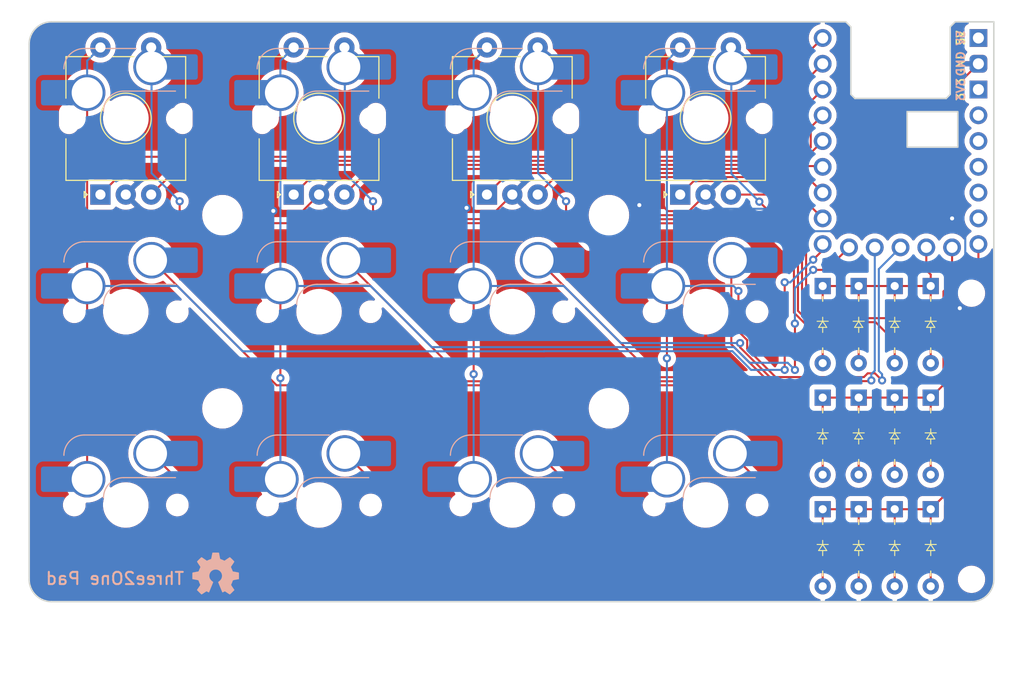
<source format=kicad_pcb>
(kicad_pcb (version 20221018) (generator pcbnew)
  (layers (0 "F.Cu" signal) (31 "B.Cu" signal) (34 "B.Paste" user) (35 "F.Paste" user) (36 "B.SilkS" user "B.Silkscreen") (37 "F.SilkS" user "F.Silkscreen") (38 "B.Mask" user) (39 "F.Mask" user) (44 "Edge.Cuts" user))
  (net 0 "")
  (net 1 "row0")
  (net 2 "Net-(D1-A)")
  (net 3 "Net-(D2-A)")
  (net 4 "Net-(D3-A)")
  (net 5 "Net-(D4-A)")
  (net 6 "row1")
  (net 7 "Net-(D5-A)")
  (net 8 "Net-(D6-A)")
  (net 9 "Net-(D7-A)")
  (net 10 "Net-(D8-A)")
  (net 11 "row2")
  (net 12 "Net-(D9-A)")
  (net 13 "Net-(D10-A)")
  (net 14 "Net-(D11-A)")
  (net 15 "Net-(D12-A)")
  (net 16 "A1")
  (net 17 "B1")
  (net 18 "GND")
  (net 19 "col0")
  (net 20 "A2")
  (net 21 "B2")
  (net 22 "col1")
  (net 23 "A3")
  (net 24 "B3")
  (net 25 "col2")
  (net 26 "A4")
  (net 27 "B4")
  (net 28 "col3")
  (net 29 "VCC")
  (net 30 "+3V3")
  (footprint "DreaM117er-keebLibrary:D_DO-35_SOD27_P7.62mm_Horizontal" (layer "F.Cu") (at 148.335 66.565 -90)
    (fp_text reference "D5" hide)
    (fp_text value "1N4148" hide)
  )
  (footprint "DreaM117er-keebLibrary:D_DO-35_SOD27_P7.62mm_Horizontal" (layer "F.Cu") (at 151.885 77.565 -90)
    (fp_text reference "D10" hide)
    (fp_text value "1N4148" hide)
  )
  (footprint "MountingHole:MountingHole_2.2mm_M2" (layer "F.Cu") (at 163.005 80.675)
    (fp_text reference "H6" hide)
    (fp_text value "MountingHole")
  )
  (footprint "DreaM117er-keebLibrary:D_DO-35_SOD27_P7.62mm_Horizontal" (layer "F.Cu") (at 155.435 77.565 -90)
    (fp_text reference "D11" hide)
    (fp_text value "1N4148" hide)
  )
  (footprint "DreaM117er-keebLibrary:SW_Hotswap_Kailh_MX_Plated_1.00u_withEC-11" (layer "F.Cu") (at 117.74 35.25)
    (fp_text reference "RE3")
    (fp_text value "EC-11")
  )
  (footprint "DreaM117er-keebLibrary:SW_Hotswap_Kailh_MX_Plated_1.00u_withEC-11" (layer "F.Cu") (at 136.79 35.25)
    (fp_text reference "RE4")
    (fp_text value "EC-11")
  )
  (footprint "MountingHole:MountingHole_2.2mm_M2" (layer "F.Cu") (at 163.005 52.475)
    (fp_text reference "H5" hide)
    (fp_text value "MountingHole")
  )
  (footprint "DreaM117er-keebLibrary:D_DO-35_SOD27_P7.62mm_Horizontal" (layer "F.Cu") (at 158.985 66.565 -90)
    (fp_text reference "D8" hide)
    (fp_text value "1N4148" hide)
  )
  (footprint "DreaM117er-keebLibrary:SW_Hotswap_Kailh_MX_Plated_1.00u" (layer "F.Cu") (at 79.64 73.35)
    (fp_text reference "SW9")
    (fp_text value "SW_Push")
  )
  (footprint "MountingHole:MountingHole_3.5mm" (layer "F.Cu") (at 127.265 44.775)
    (fp_text reference "H2" hide)
    (fp_text value "MountingHole")
  )
  (footprint "DreaM117er-keebLibrary:SW_Hotswap_Kailh_MX_Plated_1.00u" (layer "F.Cu") (at 98.69 54.3)
    (fp_text reference "SW6")
    (fp_text value "SW_Push")
  )
  (footprint "DreaM117er-keebLibrary:SW_Hotswap_Kailh_MX_Plated_1.00u" (layer "F.Cu") (at 136.79 54.3)
    (fp_text reference "SW8")
    (fp_text value "SW_Push")
  )
  (footprint "MountingHole:MountingHole_3.5mm" (layer "F.Cu") (at 127.265 63.825)
    (fp_text reference "H4" hide)
    (fp_text value "MountingHole")
  )
  (footprint "DreaM117er-keebLibrary:D_DO-35_SOD27_P7.62mm_Horizontal" (layer "F.Cu") (at 151.885 66.565 -90)
    (fp_text reference "D6" hide)
    (fp_text value "1N4148" hide)
  )
  (footprint "DreaM117er-keebLibrary:SW_Hotswap_Kailh_MX_Plated_1.00u_withEC-11" (layer "F.Cu") (at 79.64 35.25)
    (fp_text reference "RE1")
    (fp_text value "EC-11")
  )
  (footprint "DreaM117er-keebLibrary:D_DO-35_SOD27_P7.62mm_Horizontal" (layer "F.Cu") (at 148.335 77.565 -90)
    (fp_text reference "D9" hide)
    (fp_text value "1N4148" hide)
  )
  (footprint "DreaM117er-keebLibrary:D_DO-35_SOD27_P7.62mm_Horizontal" (layer "F.Cu") (at 151.885 55.565 -90)
    (fp_text reference "D2" hide)
    (fp_text value "1N4148" hide)
  )
  (footprint "DreaM117er-keebLibrary:D_DO-35_SOD27_P7.62mm_Horizontal" (layer "F.Cu") (at 155.435 55.565 -90)
    (fp_text reference "D3" hide)
    (fp_text value "1N4148" hide)
  )
  (footprint "DreaM117er-keebLibrary:D_DO-35_SOD27_P7.62mm_Horizontal" (layer "F.Cu") (at 155.435 66.565 -90)
    (fp_text reference "D7" hide)
    (fp_text value "1N4148" hide)
  )
  (footprint "DreaM117er-keebLibrary:SW_Hotswap_Kailh_MX_Plated_1.00u" (layer "F.Cu") (at 136.79 73.35)
    (fp_text reference "SW12")
    (fp_text value "SW_Push")
  )
  (footprint "DreaM117er-keebLibrary:SW_Hotswap_Kailh_MX_Plated_1.00u" (layer "F.Cu") (at 98.69 73.35)
    (fp_text reference "SW10")
    (fp_text value "SW_Push")
  )
  (footprint "DreaM117er-keebLibrary:SW_Hotswap_Kailh_MX_Plated_1.00u_withEC-11" (layer "F.Cu") (at 98.69 35.25)
    (fp_text reference "RE2")
    (fp_text value "EC-11")
  )
  (footprint "DreaM117er-keebLibrary:SW_Hotswap_Kailh_MX_Plated_1.00u" (layer "F.Cu") (at 117.74 54.3)
    (fp_text reference "SW7")
    (fp_text value "SW_Push")
  )
  (footprint "DreaM117er-keebLibrary:SW_Hotswap_Kailh_MX_Plated_1.00u" (layer "F.Cu") (at 117.74 73.35)
    (fp_text reference "SW11")
    (fp_text value "SW_Push")
  )
  (footprint "DreaM117er-keebLibrary:SW_Hotswap_Kailh_MX_Plated_1.00u" (layer "F.Cu") (at 79.64 54.3)
    (fp_text reference "SW5")
    (fp_text value "SW_Push")
  )
  (footprint "MountingHole:MountingHole_3.5mm" (layer "F.Cu") (at 89.165 44.775)
    (fp_text reference "H1" hide)
    (fp_text value "MountingHole")
  )
  (footprint "MountingHole:MountingHole_3.5mm" (layer "F.Cu") (at 89.165 63.825)
    (fp_text reference "H3" hide)
    (fp_text value "MountingHole")
  )
  (footprint "DreaM117er-keebLibrary:D_DO-35_SOD27_P7.62mm_Horizontal" (layer "F.Cu") (at 148.335 55.565 -90)
    (fp_text reference "D1" hide)
    (fp_text value "1N4148" hide)
  )
  (footprint "DreaM117er-keebLibrary:D_DO-35_SOD27_P7.62mm_Horizontal" (layer "F.Cu") (at 158.985 77.565 -90)
    (fp_text reference "D12" hide)
    (fp_text value "1N4148" hide)
  )
  (footprint "DreaM117er-keebLibrary:D_DO-35_SOD27_P7.62mm_Horizontal" (layer "F.Cu") (at 158.985 55.565 -90)
    (fp_text reference "D4" hide)
    (fp_text value "1N4148" hide)
  )
  (footprint "DreaM117er-keebLibrary:MCU_RP2040SuperMini" (layer "B.Cu") (at 156.01 37.475 180)
    (fp_text reference "U1" hide)
    (fp_text value "MCU_RP2040SuperMini")
  )
  (footprint "DreaM117er-keebLibrary:OSHW-Logo_7.3x6mm_SilkScreen" (layer "B.Cu") (at 88.5 80.8 180)
    (fp_text reference "REF**" hide)
    (fp_text value "OSHW-Logo_7.3x6mm_SilkScreen" hide)
  )
  (gr_line (start 72.315 25.725) (end 150.61 25.725) (stroke (width 0.15)) (layer "Edge.Cuts"))
  (gr_line (start 151.11 32.875) (end 151.51 33.275) (stroke (width 0.15)) (layer "Edge.Cuts"))
  (gr_line (start 70.115 27.925) (end 70.115 80.675) (stroke (width 0.15)) (layer "Edge.Cuts"))
  (gr_arc (start 72.315 82.875) (mid 70.759365 82.230635) (end 70.115 80.675) (stroke (width 0.15)) (layer "Edge.Cuts"))
  (gr_line (start 150.61 25.725) (end 151.11 26.225) (stroke (width 0.15)) (layer "Edge.Cuts"))
  (gr_line (start 151.11 26.225) (end 151.11 32.875) (stroke (width 0.15)) (layer "Edge.Cuts"))
  (gr_line (start 160.91 26.225) (end 161.41 25.725) (stroke (width 0.15)) (layer "Edge.Cuts"))
  (gr_arc (start 165.205 80.675) (mid 164.560635 82.230635) (end 163.005 82.875) (stroke (width 0.15)) (layer "Edge.Cuts"))
  (gr_line (start 165.205 25.725) (end 161.41 25.725) (stroke (width 0.15)) (layer "Edge.Cuts"))
  (gr_line (start 160.51 33.275) (end 160.91 32.875) (stroke (width 0.15)) (layer "Edge.Cuts"))
  (gr_line (start 151.51 33.275) (end 160.51 33.275) (stroke (width 0.15)) (layer "Edge.Cuts"))
  (gr_line (start 72.315 82.875) (end 163.005 82.875) (stroke (width 0.15)) (layer "Edge.Cuts"))
  (gr_arc (start 70.115 27.925) (mid 70.759365 26.369366) (end 72.315 25.725) (stroke (width 0.15)) (layer "Edge.Cuts"))
  (gr_rect (start 156.66 34.575) (end 161.66 38.075) (stroke (width 0.15)) (fill none) (layer "Edge.Cuts"))
  (gr_line (start 160.91 32.875) (end 160.91 26.225) (stroke (width 0.15)) (layer "Edge.Cuts"))
  (gr_line (start 165.205 25.725) (end 165.205 80.675) (stroke (width 0.15)) (layer "Edge.Cuts"))
  (gr_text "Three2One Pad" (at 85.5 81.3) (layer "B.SilkS") (effects (font (size 1.2 1.2) (thickness 0.2) bold) (justify left bottom mirror)))
  (segment (start 158.985 51.765) (end 158.985 53.915) (width 0.2) (layer "F.Cu") (net 1))
  (segment (start 148.335 51.765) (end 158.985 51.765) (width 0.2) (layer "F.Cu") (net 1))
  (segment (start 158.985 50.635) (end 158.55 50.2) (width 0.2) (layer "F.Cu") (net 1))
  (segment (start 158.55 50.2) (end 158.55 47.955) (width 0.2) (layer "F.Cu") (net 1))
  (segment (start 148.335 53.915) (end 148.335 51.765) (width 0.2) (layer "F.Cu") (net 1))
  (segment (start 155.435 53.915) (end 155.435 51.765) (width 0.2) (layer "F.Cu") (net 1))
  (segment (start 151.885 51.765) (end 151.885 53.915) (width 0.2) (layer "F.Cu") (net 1))
  (segment (start 158.985 51.765) (end 158.985 50.635) (width 0.2) (layer "F.Cu") (net 1))
  (segment (start 148.335 59.365) (end 148.335 57.215) (width 0.2) (layer "F.Cu") (net 2))
  (segment (start 145.5 54.38) (end 148.335 57.215) (width 0.2) (layer "F.Cu") (net 2))
  (segment (start 125.29863 47.7) (end 129.131372 47.7) (width 0.2) (layer "F.Cu") (net 2))
  (segment (start 90.855 46.875) (end 92.16 45.57) (width 0.2) (layer "F.Cu") (net 2))
  (segment (start 84.95 44.31) (end 87.515 46.875) (width 0.2) (layer "F.Cu") (net 2))
  (segment (start 131.251372 45.58) (end 142.523442 45.58) (width 0.2) (layer "F.Cu") (net 2))
  (segment (start 123.16863 45.57) (end 125.29863 47.7) (width 0.2) (layer "F.Cu") (net 2))
  (segment (start 129.131372 47.7) (end 131.251372 45.58) (width 0.2) (layer "F.Cu") (net 2))
  (segment (start 142.523442 45.58) (end 145.5 48.556558) (width 0.2) (layer "F.Cu") (net 2))
  (segment (start 145.5 48.556558) (end 145.5 54.38) (width 0.2) (layer "F.Cu") (net 2))
  (segment (start 92.16 45.57) (end 123.16863 45.57) (width 0.2) (layer "F.Cu") (net 2))
  (segment (start 87.515 46.875) (end 90.855 46.875) (width 0.2) (layer "F.Cu") (net 2))
  (segment (start 84.95 43.41) (end 84.95 44.31) (width 0.2) (layer "F.Cu") (net 2))
  (via (at 84.95 43.41) (size 0.8) (drill 0.4) (layers "F.Cu" "B.Cu") (net 2))
  (segment (start 82.18 30.17) (end 82.18 40.64) (width 0.2) (layer "B.Cu") (net 2))
  (segment (start 82.18 40.64) (end 84.95 43.41) (width 0.2) (layer "B.Cu") (net 2))
  (segment (start 128.965686 47.3) (end 131.085686 45.18) (width 0.2) (layer "F.Cu") (net 3))
  (segment (start 147.415686 55.73) (end 150.4 55.73) (width 0.2) (layer "F.Cu") (net 3))
  (segment (start 104.01 43.41) (end 104.01 44.29) (width 0.2) (layer "F.Cu") (net 3))
  (segment (start 145.9 48.390872) (end 145.9 54.214314) (width 0.2) (layer "F.Cu") (net 3))
  (segment (start 104.01 44.29) (end 104.89 45.17) (width 0.2) (layer "F.Cu") (net 3))
  (segment (start 151.885 59.365) (end 151.885 57.215) (width 0.2) (layer "F.Cu") (net 3))
  (segment (start 145.9 54.214314) (end 147.415686 55.73) (width 0.2) (layer "F.Cu") (net 3))
  (segment (start 142.689128 45.18) (end 145.9 48.390872) (width 0.2) (layer "F.Cu") (net 3))
  (segment (start 131.085686 45.18) (end 142.689128 45.18) (width 0.2) (layer "F.Cu") (net 3))
  (segment (start 125.464315 47.3) (end 128.965686 47.3) (width 0.2) (layer "F.Cu") (net 3))
  (segment (start 123.334315 45.17) (end 125.464315 47.3) (width 0.2) (layer "F.Cu") (net 3))
  (segment (start 150.4 55.73) (end 151.885 57.215) (width 0.2) (layer "F.Cu") (net 3))
  (segment (start 104.89 45.17) (end 123.334315 45.17) (width 0.2) (layer "F.Cu") (net 3))
  (via (at 104.01 43.41) (size 0.8) (drill 0.4) (layers "F.Cu" "B.Cu") (net 3))
  (segment (start 101.23 30.17) (end 101.23 40.63) (width 0.2) (layer "B.Cu") (net 3))
  (segment (start 101.23 40.63) (end 104.01 43.41) (width 0.2) (layer "B.Cu") (net 3))
  (segment (start 130.92 44.78) (end 142.854814 44.78) (width 0.2) (layer "F.Cu") (net 4))
  (segment (start 147.581372 55.33) (end 153.55 55.33) (width 0.2) (layer "F.Cu") (net 4))
  (segment (start 155.435 57.215) (end 155.435 59.365) (width 0.2) (layer "F.Cu") (net 4))
  (segment (start 123.04 43.41) (end 123.04 44.31) (width 0.2) (layer "F.Cu") (net 4))
  (segment (start 125.63 46.9) (end 128.8 46.9) (width 0.2) (layer "F.Cu") (net 4))
  (segment (start 146.3 48.225186) (end 146.3 54.048628) (width 0.2) (layer "F.Cu") (net 4))
  (segment (start 153.55 55.33) (end 155.435 57.215) (width 0.2) (layer "F.Cu") (net 4))
  (segment (start 128.8 46.9) (end 130.92 44.78) (width 0.2) (layer "F.Cu") (net 4))
  (segment (start 123.04 44.31) (end 125.63 46.9) (width 0.2) (layer "F.Cu") (net 4))
  (segment (start 146.3 54.048628) (end 147.581372 55.33) (width 0.2) (layer "F.Cu") (net 4))
  (segment (start 142.854814 44.78) (end 146.3 48.225186) (width 0.2) (layer "F.Cu") (net 4))
  (via (at 123.04 43.41) (size 0.8) (drill 0.4) (layers "F.Cu" "B.Cu") (net 4))
  (segment (start 120.28 40.65) (end 120.28 30.17) (width 0.2) (layer "B.Cu") (net 4))
  (segment (start 123.04 43.41) (end 120.28 40.65) (width 0.2) (layer "B.Cu") (net 4))
  (segment (start 146.7 53.882942) (end 147.747058 54.93) (width 0.2) (layer "F.Cu") (net 5))
  (segment (start 147.747058 54.93) (end 156.7 54.93) (width 0.2) (layer "F.Cu") (net 5))
  (segment (start 146.7 48.0595) (end 146.7 53.882942) (width 0.2) (layer "F.Cu") (net 5))
  (segment (start 158.985 59.365) (end 158.985 57.215) (width 0.2) (layer "F.Cu") (net 5))
  (segment (start 142.09 43.4495) (end 146.7 48.0595) (width 0.2) (layer "F.Cu") (net 5))
  (segment (start 156.7 54.93) (end 158.985 57.215) (width 0.2) (layer "F.Cu") (net 5))
  (via (at 142.09 43.4495) (size 0.8) (drill 0.4) (layers "F.Cu" "B.Cu") (net 5))
  (segment (start 142.09 43.4495) (end 139.33 40.6895) (width 0.2) (layer "B.Cu") (net 5))
  (segment (start 139.33 40.6895) (end 139.33 30.17) (width 0.2) (layer "B.Cu") (net 5))
  (segment (start 161.09 47.955) (end 161.09 51.448604) (width 0.2) (layer "F.Cu") (net 6))
  (segment (start 160.24 52.298604) (end 160.24 61.51) (width 0.2) (layer "F.Cu") (net 6))
  (segment (start 161.09 51.448604) (end 160.24 52.298604) (width 0.2) (layer "F.Cu") (net 6))
  (segment (start 148.335 62.765) (end 158.985 62.765) (width 0.2) (layer "F.Cu") (net 6))
  (segment (start 160.24 61.51) (end 158.985 62.765) (width 0.2) (layer "F.Cu") (net 6))
  (segment (start 148.335 62.765) (end 148.335 64.915) (width 0.2) (layer "F.Cu") (net 6))
  (segment (start 158.985 64.915) (end 158.985 62.765) (width 0.2) (layer "F.Cu") (net 6))
  (segment (start 155.435 62.765) (end 155.435 64.915) (width 0.2) (layer "F.Cu") (net 6))
  (segment (start 151.885 64.915) (end 151.885 62.765) (width 0.2) (layer "F.Cu") (net 6))
  (segment (start 148.335 70.365) (end 148.335 68.215) (width 0.2) (layer "F.Cu") (net 7))
  (segment (start 82.18 49.22) (end 94.51 61.55) (width 0.2) (layer "F.Cu") (net 7))
  (segment (start 94.51 61.55) (end 141.67 61.55) (width 0.2) (layer "F.Cu") (net 7))
  (segment (start 141.67 61.55) (end 148.335 68.215) (width 0.2) (layer "F.Cu") (net 7))
  (segment (start 113.16 61.15) (end 141.835686 61.15) (width 0.2) (layer "F.Cu") (net 8))
  (segment (start 101.23 49.22) (end 113.16 61.15) (width 0.2) (layer "F.Cu") (net 8))
  (segment (start 141.835686 61.15) (end 147.425686 66.74) (width 0.2) (layer "F.Cu") (net 8))
  (segment (start 151.885 68.215) (end 151.885 70.365) (width 0.2) (layer "F.Cu") (net 8))
  (segment (start 150.41 66.74) (end 151.885 68.215) (width 0.2) (layer "F.Cu") (net 8))
  (segment (start 147.425686 66.74) (end 150.41 66.74) (width 0.2) (layer "F.Cu") (net 8))
  (segment (start 155.435 70.365) (end 155.435 68.215) (width 0.2) (layer "F.Cu") (net 9))
  (segment (start 120.28 49.22) (end 131.81 60.75) (width 0.2) (layer "F.Cu") (net 9))
  (segment (start 147.591372 66.34) (end 153.56 66.34) (width 0.2) (layer "F.Cu") (net 9))
  (segment (start 131.81 60.75) (end 142.001372 60.75) (width 0.2) (layer "F.Cu") (net 9))
  (segment (start 142.001372 60.75) (end 147.591372 66.34) (width 0.2) (layer "F.Cu") (net 9))
  (segment (start 153.56 66.34) (end 155.435 68.215) (width 0.2) (layer "F.Cu") (net 9))
  (segment (start 139.33 57.512942) (end 147.757058 65.94) (width 0.2) (layer "F.Cu") (net 10))
  (segment (start 158.985 68.215) (end 158.985 70.365) (width 0.2) (layer "F.Cu") (net 10))
  (segment (start 139.33 49.22) (end 139.33 57.512942) (width 0.2) (layer "F.Cu") (net 10))
  (segment (start 147.757058 65.94) (end 156.71 65.94) (width 0.2) (layer "F.Cu") (net 10))
  (segment (start 156.71 65.94) (end 158.985 68.215) (width 0.2) (layer "F.Cu") (net 10))
  (segment (start 148.335 75.915) (end 148.335 73.765) (width 0.2) (layer "F.Cu") (net 11))
  (segment (start 160.69 72.06) (end 158.985 73.765) (width 0.2) (layer "F.Cu") (net 11))
  (segment (start 163.685 47.635) (end 163.685 49.49) (width 0.2) (layer "F.Cu") (net 11))
  (segment (start 148.335 73.765) (end 158.985 73.765) (width 0.2) (layer "F.Cu") (net 11))
  (segment (start 163.685 49.49) (end 160.69 52.485) (width 0.2) (layer "F.Cu") (net 11))
  (segment (start 155.435 75.915) (end 155.435 73.765) (width 0.2) (layer "F.Cu") (net 11))
  (segment (start 160.69 52.485) (end 160.69 72.06) (width 0.2) (layer "F.Cu") (net 11))
  (segment (start 158.985 73.765) (end 158.985 75.915) (width 0.2) (layer "F.Cu") (net 11))
  (segment (start 151.885 73.765) (end 151.885 75.915) (width 0.2) (layer "F.Cu") (net 11))
  (segment (start 147.25 78.13) (end 148.335 79.215) (width 0.2) (layer "F.Cu") (net 12))
  (segment (start 82.18 68.27) (end 92.04 78.13) (width 0.2) (layer "F.Cu") (net 12))
  (segment (start 148.335 81.365) (end 148.335 79.215) (width 0.2) (layer "F.Cu") (net 12))
  (segment (start 92.04 78.13) (end 147.25 78.13) (width 0.2) (layer "F.Cu") (net 12))
  (segment (start 150.4 77.73) (end 151.885 79.215) (width 0.2) (layer "F.Cu") (net 13))
  (segment (start 110.69 77.73) (end 150.4 77.73) (width 0.2) (layer "F.Cu") (net 13))
  (segment (start 101.23 68.27) (end 110.69 77.73) (width 0.2) (layer "F.Cu") (net 13))
  (segment (start 151.885 79.215) (end 151.885 81.365) (width 0.2) (layer "F.Cu") (net 13))
  (segment (start 155.435 81.365) (end 155.435 79.215) (width 0.2) (layer "F.Cu") (net 14))
  (segment (start 153.55 77.33) (end 155.435 79.215) (width 0.2) (layer "F.Cu") (net 14))
  (segment (start 129.34 77.33) (end 153.55 77.33) (width 0.2) (layer "F.Cu") (net 14))
  (segment (start 120.28 68.27) (end 129.34 77.33) (width 0.2) (layer "F.Cu") (net 14))
  (segment (start 139.33 68.287817) (end 147.972183 76.93) (width 0.2) (layer "F.Cu") (net 15))
  (segment (start 147.972183 76.93) (end 156.7 76.93) (width 0.2) (layer "F.Cu") (net 15))
  (segment (start 156.7 76.93) (end 158.985 79.215) (width 0.2) (layer "F.Cu") (net 15))
  (segment (start 158.985 79.215) (end 158.985 81.365) (width 0.2) (layer "F.Cu") (net 15))
  (segment (start 139.33 68.27) (end 139.33 68.287817) (width 0.2) (layer "F.Cu") (net 15))
  (segment (start 80.865 39.025) (end 144.522256 39.025) (width 0.2) (layer "F.Cu") (net 16))
  (segment (start 145.9587 29.6913) (end 148.335 27.315) (width 0.2) (layer "F.Cu") (net 16))
  (segment (start 77.14 42.75) (end 80.865 39.025) (width 0.2) (layer "F.Cu") (net 16))
  (segment (start 145.9587 37.588556) (end 145.9587 29.6913) (width 0.2) (layer "F.Cu") (net 16))
  (segment (start 144.522256 39.025) (end 145.9587 37.588556) (width 0.2) (layer "F.Cu") (net 16))
  (segment (start 146.3587 37.754242) (end 146.3587 31.8313) (width 0.2) (layer "F.Cu") (net 17))
  (segment (start 146.3587 31.8313) (end 148.335 29.855) (width 0.2) (layer "F.Cu") (net 17))
  (segment (start 144.687942 39.425) (end 146.3587 37.754242) (width 0.2) (layer "F.Cu") (net 17))
  (segment (start 82.14 42.75) (end 85.465 39.425) (width 0.2) (layer "F.Cu") (net 17))
  (segment (start 85.465 39.425) (end 144.687942 39.425) (width 0.2) (layer "F.Cu") (net 17))
  (segment (start 162.02 44.17) (end 162.02 31.52) (width 0.2) (layer "F.Cu") (net 18))
  (segment (start 116.08 44.41) (end 117.74 42.75) (width 0.2) (layer "F.Cu") (net 18))
  (segment (start 94.4205 44.6) (end 96.84 44.6) (width 0.2) (layer "F.Cu") (net 18))
  (segment (start 132.48 43.79) (end 133.07 44.38) (width 0.2) (layer "F.Cu") (net 18))
  (segment (start 94.1805 44.36) (end 94.4205 44.6) (width 0.2) (layer "F.Cu") (net 18))
  (segment (start 135.16 44.38) (end 136.79 42.75) (width 0.2) (layer "F.Cu") (net 18))
  (segment (start 113.5805 44.41) (end 116.08 44.41) (width 0.2) (layer "F.Cu") (net 18))
  (segment (start 162.02 31.52) (end 163.685 29.855) (width 0.2) (layer "F.Cu") (net 18))
  (segment (start 130.26 43.79) (end 132.48 43.79) (width 0.2) (layer "F.Cu") (net 18))
  (segment (start 133.07 44.38) (end 135.16 44.38) (width 0.2) (layer "F.Cu") (net 18))
  (segment (start 161.09 45.1) (end 162.02 44.17) (width 0.2) (layer "F.Cu") (net 18))
  (segment (start 113.2305 44.06) (end 113.5805 44.41) (width 0.2) (layer "F.Cu") (net 18))
  (segment (start 96.84 44.6) (end 98.69 42.75) (width 0.2) (layer "F.Cu") (net 18))
  (via (at 113.2305 44.06) (size 0.8) (drill 0.4) (layers "F.Cu" "B.Cu") (net 18))
  (via (at 161.09 45.1) (size 0.8) (drill 0.4) (layers "F.Cu" "B.Cu") (net 18))
  (via (at 161.85 53.95) (size 0.8) (drill 0.4) (layers "F.Cu" "B.Cu") (net 18))
  (via (at 130.26 43.79) (size 0.8) (drill 0.4) (layers "F.Cu" "B.Cu") (net 18))
  (via (at 94.1805 44.36) (size 0.8) (drill 0.4) (layers "F.Cu" "B.Cu") (net 18))
  (segment (start 162.39 50.78) (end 161.555 51.615) (width 0.2) (layer "B.Cu") (net 18))
  (segment (start 142.7895 44.1495) (end 138.1895 44.1495) (width 0.2) (layer "B.Cu") (net 18))
  (segment (start 130.26 43.79) (end 130.26 45.44) (width 0.2) (layer "B.Cu") (net 18))
  (segment (start 112.1205 45.17) (end 101.11 45.17) (width 0.2) (layer "B.Cu") (net 18))
  (segment (start 87.39 42.65) (end 85.38 44.66) (width 0.2) (layer "B.Cu") (net 18))
  (segment (start 159.83 46.36) (end 145 46.36) (width 0.2) (layer "B.Cu") (net 18))
  (segment (start 162.39 46.4) (end 162.39 50.78) (width 0.2) (layer "B.Cu") (net 18))
  (segment (start 101.11 45.17) (end 98.69 42.75) (width 0.2) (layer "B.Cu") (net 18))
  (segment (start 90.78 42.65) (end 87.39 42.65) (width 0.2) (layer "B.Cu") (net 18))
  (segment (start 81.55 44.66) (end 79.64 42.75) (width 0.2) (layer "B.Cu") (net 18))
  (segment (start 128.8 46.9) (end 121.89 46.9) (width 0.2) (layer "B.Cu") (net 18))
  (segment (start 113.2305 44.06) (end 112.1205 45.17) (width 0.2) (layer "B.Cu") (net 18))
  (segment (start 161.555 53.655) (end 161.85 53.95) (width 0.2) (layer "B.Cu") (net 18))
  (segment (start 145 46.36) (end 142.7895 44.1495) (width 0.2) (layer "B.Cu") (net 18))
  (segment (start 130.26 45.44) (end 128.8 46.9) (width 0.2) (layer "B.Cu") (net 18))
  (segment (start 92.49 44.36) (end 90.78 42.65) (width 0.2) (layer "B.Cu") (net 18))
  (segment (start 161.09 45.1) (end 159.83 46.36) (width 0.2) (layer "B.Cu") (net 18))
  (segment (start 138.1895 44.1495) (end 136.79 42.75) (width 0.2) (layer "B.Cu") (net 18))
  (segment (start 161.09 45.1) (end 162.39 46.4) (width 0.2) (layer "B.Cu") (net 18))
  (segment (start 94.1805 44.36) (end 92.49 44.36) (width 0.2) (layer "B.Cu") (net 18))
  (segment (start 161.555 51.615) (end 161.555 53.655) (width 0.2) (layer "B.Cu") (net 18))
  (segment (start 85.38 44.66) (end 81.55 44.66) (width 0.2) (layer "B.Cu") (net 18))
  (segment (start 121.89 46.9) (end 117.74 42.75) (width 0.2) (layer "B.Cu") (net 18))
  (segment (start 144.59 51.4) (end 144.59 60.03) (width 0.2) (layer "F.Cu") (net 19))
  (segment (start 148.335 48.234997) (end 147.3995 49.170497) (width 0.2) (layer "F.Cu") (net 19))
  (segment (start 148.335 47.635) (end 148.335 48.234997) (width 0.2) (layer "F.Cu") (net 19))
  (segment (start 75.83 32.71) (end 75.83 70.81) (width 0.2) (layer "F.Cu") (net 19))
  (via (at 144.59 60.03) (size 0.8) (drill 0.4) (layers "F.Cu" "B.Cu") (net 19))
  (via (at 147.3995 49.170497) (size 0.8) (drill 0.4) (layers "F.Cu" "B.Cu") (net 19))
  (via (at 144.59 51.4) (size 0.8) (drill 0.4) (layers "F.Cu" "B.Cu") (net 19))
  (segment (start 139.431163 58.186849) (end 141.274314 60.03) (width 0.2) (layer "B.Cu") (net 19))
  (segment (start 147.373698 49.170497) (end 145.144195 51.4) (width 0.2) (layer "B.Cu") (net 19))
  (segment (start 141.274314 60.03) (end 144.59 60.03) (width 0.2) (layer "B.Cu") (net 19))
  (segment (start 147.3995 49.170497) (end 147.373698 49.170497) (width 0.2) (layer "B.Cu") (net 19))
  (segment (start 120.87 58.2) (end 120.883151 58.186849) (width 0.2) (layer "B.Cu") (net 19))
  (segment (start 91.16 58.2) (end 120.87 58.2) (width 0.2) (layer "B.Cu") (net 19))
  (segment (start 75.83 51.76) (end 84.72 51.76) (width 0.2) (layer "B.Cu") (net 19))
  (segment (start 145.144195 51.4) (end 144.59 51.4) (width 0.2) (layer "B.Cu") (net 19))
  (segment (start 120.883151 58.186849) (end 139.431163 58.186849) (width 0.2) (layer "B.Cu") (net 19))
  (segment (start 75.83 29.56) (end 77.14 28.25) (width 0.2) (layer "B.Cu") (net 19))
  (segment (start 84.72 51.76) (end 91.16 58.2) (width 0.2) (layer "B.Cu") (net 19))
  (segment (start 75.83 32.71) (end 75.83 29.56) (width 0.2) (layer "B.Cu") (net 19))
  (segment (start 146.7587 37.919927) (end 146.7587 33.9713) (width 0.2) (layer "F.Cu") (net 20))
  (segment (start 96.19 42.75) (end 99.115 39.825) (width 0.2) (layer "F.Cu") (net 20))
  (segment (start 146.7587 33.9713) (end 148.335 32.395) (width 0.2) (layer "F.Cu") (net 20))
  (segment (start 144.853628 39.825) (end 146.7587 37.919927) (width 0.2) (layer "F.Cu") (net 20))
  (segment (start 99.115 39.825) (end 144.853628 39.825) (width 0.2) (layer "F.Cu") (net 20))
  (segment (start 147.1587 38.085614) (end 147.1587 36.1113) (width 0.2) (layer "F.Cu") (net 21))
  (segment (start 103.715 40.225) (end 145.019314 40.225) (width 0.2) (layer "F.Cu") (net 21))
  (segment (start 101.19 42.75) (end 103.715 40.225) (width 0.2) (layer "F.Cu") (net 21))
  (segment (start 147.1587 36.1113) (end 148.335 34.935) (width 0.2) (layer "F.Cu") (net 21))
  (segment (start 145.019314 40.225) (end 147.1587 38.085614) (width 0.2) (layer "F.Cu") (net 21))
  (segment (start 94.88 51.76) (end 94.88 60.84) (width 0.2) (layer "F.Cu") (net 22))
  (segment (start 145.6 60.0405) (end 145.6 55.469244) (width 0.2) (layer "F.Cu") (net 22))
  (segment (start 145.6 55.469244) (end 145.595378 55.464622) (width 0.2) (layer "F.Cu") (net 22))
  (segment (start 148.715 50.17) (end 147.3995 50.17) (width 0.2) (layer "F.Cu") (net 22))
  (segment (start 150.93 47.955) (end 148.715 50.17) (width 0.2) (layer "F.Cu") (net 22))
  (via (at 145.6 60.0405) (size 0.8) (drill 0.4) (layers "F.Cu" "B.Cu") (net 22))
  (via (at 147.3995 50.17) (size 0.8) (drill 0.4) (layers "F.Cu" "B.Cu") (net 22))
  (via (at 145.595378 55.464622) (size 0.8) (drill 0.4) (layers "F.Cu" "B.Cu") (net 22))
  (via (at 94.88 60.84) (size 0.8) (drill 0.4) (layers "F.Cu" "B.Cu") (net 22))
  (segment (start 144.8895 59.33) (end 141.14 59.33) (width 0.2) (layer "B.Cu") (net 22))
  (segment (start 109.796849 57.786849) (end 103.77 51.76) (width 0.2) (layer "B.Cu") (net 22))
  (segment (start 139.596849 57.786849) (end 109.796849 57.786849) (width 0.2) (layer "B.Cu") (net 22))
  (segment (start 94.88 60.84) (end 94.88 70.81) (width 0.2) (layer "B.Cu") (net 22))
  (segment (start 94.88 32.71) (end 94.88 51.76) (width 0.2) (layer "B.Cu") (net 22))
  (segment (start 145.595378 55.464622) (end 145.595378 51.974122) (width 0.2) (layer "B.Cu") (net 22))
  (segment (start 145.595378 51.974122) (end 147.3995 50.17) (width 0.2) (layer "B.Cu") (net 22))
  (segment (start 141.14 59.33) (end 139.596849 57.786849) (width 0.2) (layer "B.Cu") (net 22))
  (segment (start 103.77 51.76) (end 94.88 51.76) (width 0.2) (layer "B.Cu") (net 22))
  (segment (start 94.88 29.56) (end 96.19 28.25) (width 0.2) (layer "B.Cu") (net 22))
  (segment (start 145.6 60.0405) (end 144.8895 59.33) (width 0.2) (layer "B.Cu") (net 22))
  (segment (start 94.88 32.71) (end 94.88 29.56) (width 0.2) (layer "B.Cu") (net 22))
  (segment (start 117.365 40.625) (end 145.185 40.625) (width 0.2) (layer "F.Cu") (net 23))
  (segment (start 115.24 42.75) (end 117.365 40.625) (width 0.2) (layer "F.Cu") (net 23))
  (segment (start 145.185 40.625) (end 148.335 37.475) (width 0.2) (layer "F.Cu") (net 23))
  (segment (start 146.435686 39.94) (end 148.26 39.94) (width 0.2) (layer "F.Cu") (net 24))
  (segment (start 145.350686 41.025) (end 146.435686 39.94) (width 0.2) (layer "F.Cu") (net 24))
  (segment (start 120.24 42.75) (end 121.965 41.025) (width 0.2) (layer "F.Cu") (net 24))
  (segment (start 121.965 41.025) (end 145.350686 41.025) (width 0.2) (layer "F.Cu") (net 24))
  (segment (start 148.26 39.94) (end 148.335 40.015) (width 0.2) (layer "F.Cu") (net 24))
  (segment (start 143.522744 61.14) (end 140.193151 57.810407) (width 0.2) (layer "F.Cu") (net 25))
  (segment (start 153.06 61.14) (end 143.522744 61.14) (width 0.2) (layer "F.Cu") (net 25))
  (segment (start 140.193151 57.810407) (end 140.193151 57.386849) (width 0.2) (layer "F.Cu") (net 25))
  (segment (start 113.93 51.76) (end 113.93 60.4505) (width 0.2) (layer "F.Cu") (net 25))
  (segment (start 153.13 61.07) (end 153.06 61.14) (width 0.2) (layer "F.Cu") (net 25))
  (via (at 140.193151 57.386849) (size 0.8) (drill 0.4) (layers "F.Cu" "B.Cu") (net 25))
  (via (at 113.93 60.4505) (size 0.8) (drill 0.4) (layers "F.Cu" "B.Cu") (net 25))
  (via (at 153.13 61.07) (size 0.8) (drill 0.4) (layers "F.Cu" "B.Cu") (net 25))
  (segment (start 113.93 60.4505) (end 113.93 70.81) (width 0.2) (layer "B.Cu") (net 25))
  (segment (start 113.93 32.71) (end 113.93 29.56) (width 0.2) (layer "B.Cu") (net 25))
  (segment (start 113.93 29.56) (end 115.24 28.25) (width 0.2) (layer "B.Cu") (net 25))
  (segment (start 153.13 60.45) (end 153.13 61.07) (width 0.2) (layer "B.Cu") (net 25))
  (segment (start 113.93 32.71) (end 113.93 51.76) (width 0.2) (layer "B.Cu") (net 25))
  (segment (start 122.82 51.76) (end 113.93 51.76) (width 0.2) (layer "B.Cu") (net 25))
  (segment (start 153.47 60.11) (end 153.13 60.45) (width 0.2) (layer "B.Cu") (net 25))
  (segment (start 153.47 47.955) (end 153.47 60.11) (width 0.2) (layer "B.Cu") (net 25))
  (segment (start 128.446849 57.386849) (end 122.82 51.76) (width 0.2) (layer "B.Cu") (net 25))
  (segment (start 140.193151 57.386849) (end 128.446849 57.386849) (width 0.2) (layer "B.Cu") (net 25))
  (segment (start 134.29 42.75) (end 135.615 41.425) (width 0.2) (layer "F.Cu") (net 26))
  (segment (start 135.615 41.425) (end 147.205 41.425) (width 0.2) (layer "F.Cu") (net 26))
  (segment (start 147.205 41.425) (end 148.335 42.555) (width 0.2) (layer "F.Cu") (net 26))
  (segment (start 145.99 42.75) (end 148.335 45.095) (width 0.2) (layer "F.Cu") (net 27))
  (segment (start 139.29 42.75) (end 145.99 42.75) (width 0.2) (layer "F.Cu") (net 27))
  (segment (start 140.893151 57.944721) (end 140.893151 57.096899) (width 0.2) (layer "F.Cu") (net 28))
  (segment (start 132.98 51.76) (end 132.98 58.886349) (width 0.2) (layer "F.Cu") (net 28))
  (segment (start 140.893151 57.096899) (end 140.03 56.233748) (width 0.2) (layer "F.Cu") (net 28))
  (segment (start 154.19 61.07) (end 153.49 60.37) (width 0.2) (layer "F.Cu") (net 28))
  (segment (start 140.03 56.233748) (end 140.03 52.25) (width 0.2) (layer "F.Cu") (net 28))
  (segment (start 143.68843 60.74) (end 140.893151 57.944721) (width 0.2) (layer "F.Cu") (net 28))
  (segment (start 152.4 60.74) (end 143.68843 60.74) (width 0.2) (layer "F.Cu") (net 28))
  (segment (start 153.49 60.37) (end 152.77 60.37) (width 0.2) (layer "F.Cu") (net 28))
  (segment (start 152.77 60.37) (end 152.4 60.74) (width 0.2) (layer "F.Cu") (net 28))
  (via (at 140.03 52.25) (size 0.8) (drill 0.4) (layers "F.Cu" "B.Cu") (net 28))
  (via (at 132.98 58.886349) (size 0.8) (drill 0.4) (layers "F.Cu" "B.Cu") (net 28))
  (via (at 154.19 61.07) (size 0.8) (drill 0.4) (layers "F.Cu" "B.Cu") (net 28))
  (segment (start 140.03 52.25) (end 139.54 51.76) (width 0.2) (layer "B.Cu") (net 28))
  (segment (start 154.19 60.45) (end 153.87 60.13) (width 0.2) (layer "B.Cu") (net 28))
  (segment (start 132.98 32.71) (end 132.98 29.56) (width 0.2) (layer "B.Cu") (net 28))
  (segment (start 139.54 51.76) (end 132.98 51.76) (width 0.2) (layer "B.Cu") (net 28))
  (segment (start 154.19 60.57) (end 154.19 61.07) (width 0.2) (layer "B.Cu") (net 28))
  (segment (start 132.98 58.886349) (end 132.98 70.81) (width 0.2) (layer "B.Cu") (net 28))
  (segment (start 153.87 50.095) (end 156.01 47.955) (width 0.2) (layer "B.Cu") (net 28))
  (segment (start 132.98 32.71) (end 132.98 51.76) (width 0.2) (layer "B.Cu") (net 28))
  (segment (start 154.19 61.07) (end 154.19 60.45) (width 0.2) (layer "B.Cu") (net 28))
  (segment (start 132.98 29.56) (end 134.29 28.25) (width 0.2) (layer "B.Cu") (net 28))
  (segment (start 153.87 60.13) (end 153.87 50.095) (width 0.2) (layer "B.Cu") (net 28))
  (zone (net 18) (net_name "GND") (layers "F&B.Cu") (connect_pads (clearance 0.5)) (min_thickness 0.25) (fill yes (thermal_gap 0.5) (thermal_bridge_width 0.5))
    (polygon (pts (xy 67.24 23.57) (xy 168.11 23.82) (xy 168.2 89.75) (xy 67.32 90.51)))
  )
)
</source>
